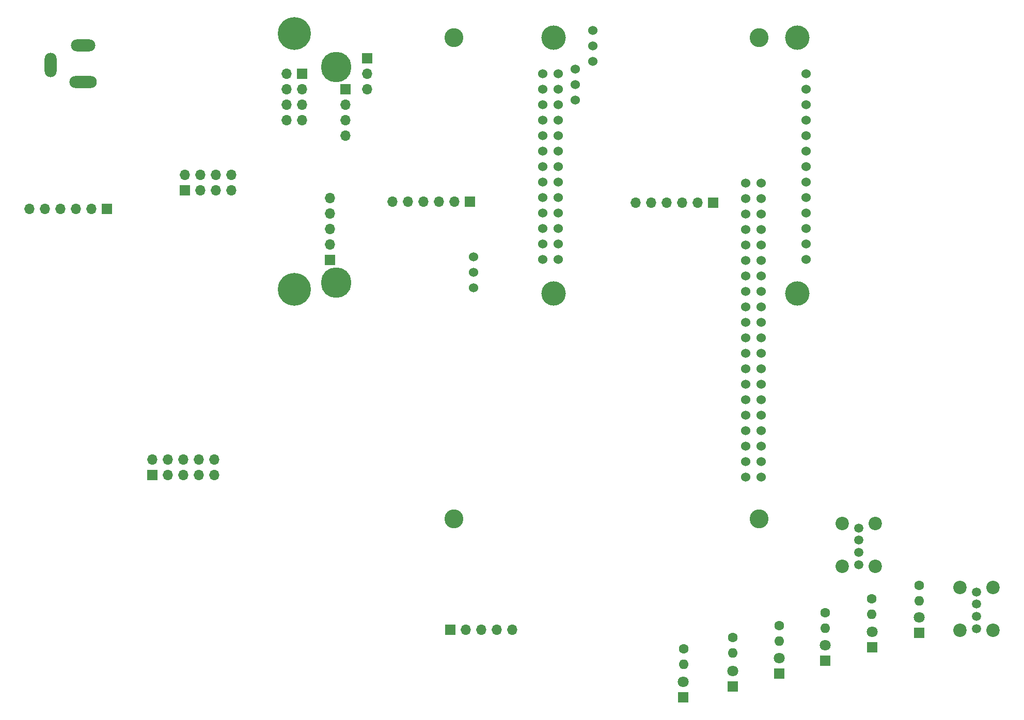
<source format=gbs>
G04 #@! TF.GenerationSoftware,KiCad,Pcbnew,6.99.0-unknown-bccc2f5792~148~ubuntu21.10.1*
G04 #@! TF.CreationDate,2022-10-30T21:35:02+01:00*
G04 #@! TF.ProjectId,AK-NW-12_Shield_OPi-PC-Zero_Nano_Pi_v1.3,414b2d4e-572d-4313-925f-536869656c64,rev?*
G04 #@! TF.SameCoordinates,Original*
G04 #@! TF.FileFunction,Soldermask,Bot*
G04 #@! TF.FilePolarity,Negative*
%FSLAX46Y46*%
G04 Gerber Fmt 4.6, Leading zero omitted, Abs format (unit mm)*
G04 Created by KiCad (PCBNEW 6.99.0-unknown-bccc2f5792~148~ubuntu21.10.1) date 2022-10-30 21:35:02*
%MOMM*%
%LPD*%
G01*
G04 APERTURE LIST*
%ADD10C,1.600000*%
%ADD11O,1.600000X1.600000*%
%ADD12R,1.800000X1.800000*%
%ADD13C,1.800000*%
%ADD14R,1.700000X1.700000*%
%ADD15O,1.700000X1.700000*%
%ADD16C,4.000000*%
%ADD17C,1.524000*%
%ADD18C,2.199640*%
%ADD19C,1.501140*%
%ADD20O,1.998980X4.000500*%
%ADD21O,4.000500X1.998980*%
%ADD22O,4.500880X1.998980*%
%ADD23C,5.000000*%
%ADD24C,5.400000*%
%ADD25C,3.100000*%
G04 APERTURE END LIST*
D10*
X161000000Y-149500000D03*
D11*
X160999999Y-152039999D03*
D10*
X176200000Y-145400000D03*
D11*
X176199999Y-147939999D03*
D12*
X152899999Y-159299999D03*
D13*
X152900000Y-156760000D03*
D10*
X183800000Y-143100000D03*
D11*
X183799999Y-145639999D03*
D14*
X65849999Y-122774999D03*
D15*
X65849999Y-120234999D03*
X68389999Y-122774999D03*
X68389999Y-120234999D03*
X70929999Y-122774999D03*
X70929999Y-120234999D03*
X73469999Y-122774999D03*
X73469999Y-120234999D03*
X76009999Y-122774999D03*
X76009999Y-120234999D03*
D12*
X160999999Y-157499999D03*
D13*
X161000000Y-154960000D03*
D16*
X131601500Y-51015500D03*
X131601500Y-93015500D03*
X171601500Y-51015500D03*
X171601500Y-93015500D03*
D17*
X173061500Y-56915500D03*
X173061500Y-59455500D03*
X173061500Y-61995500D03*
X173061500Y-64535500D03*
X173061500Y-67075500D03*
X173061500Y-69615500D03*
X173061500Y-72155500D03*
X173061500Y-74695500D03*
X173061500Y-77235500D03*
X173061500Y-79775500D03*
X173061500Y-82315500D03*
X173061500Y-84855500D03*
X173061500Y-87395500D03*
X129881500Y-87395500D03*
X132421500Y-87395500D03*
X129881500Y-84855500D03*
X132421500Y-84855500D03*
X129881500Y-82315500D03*
X132421500Y-82315500D03*
X129881500Y-79775500D03*
X132421500Y-79775500D03*
X129881500Y-77235500D03*
X132421500Y-77235500D03*
X129881500Y-74695500D03*
X132421500Y-74695500D03*
X129881500Y-72155500D03*
X132421500Y-72155500D03*
X129881500Y-69615500D03*
X132421500Y-69615500D03*
X129881500Y-67075500D03*
X132421500Y-67075500D03*
X129881500Y-64535500D03*
X132421500Y-64535500D03*
X129881500Y-61995500D03*
X132421500Y-61995500D03*
X129881500Y-59455500D03*
X132421500Y-59455500D03*
X129881500Y-56915500D03*
X132421500Y-56915500D03*
X135231500Y-56137500D03*
X138041500Y-49835500D03*
X135231500Y-58677500D03*
X138041500Y-52375500D03*
X135231500Y-61217500D03*
X138041500Y-54915500D03*
D12*
X183899999Y-151099999D03*
D13*
X183900000Y-148560000D03*
D12*
X168599999Y-155399999D03*
D13*
X168600000Y-152860000D03*
D12*
X191599999Y-148699999D03*
D13*
X191600000Y-146160000D03*
D14*
X114674999Y-148199999D03*
D15*
X117214999Y-148199999D03*
X119754999Y-148199999D03*
X122294999Y-148199999D03*
X124834999Y-148199999D03*
D18*
X184370340Y-137768720D03*
X184370340Y-130771020D03*
X178929660Y-137768720D03*
X178929660Y-130771020D03*
D19*
X181650000Y-131500000D03*
X181650000Y-133498980D03*
X181650000Y-135500500D03*
X181650000Y-137499480D03*
D10*
X191600000Y-140900000D03*
D11*
X191599999Y-143439999D03*
D14*
X71199999Y-76023809D03*
D15*
X71199999Y-73483809D03*
X73739999Y-76023809D03*
X73739999Y-73483809D03*
X76279999Y-76023809D03*
X76279999Y-73483809D03*
X78819999Y-76023809D03*
X78819999Y-73483809D03*
D10*
X153000000Y-151300000D03*
D11*
X152999999Y-153839999D03*
D14*
X97509999Y-59479999D03*
D15*
X97509999Y-62019999D03*
X97509999Y-64559999D03*
X97509999Y-67099999D03*
D14*
X157824999Y-78099999D03*
D15*
X155284999Y-78099999D03*
X152744999Y-78099999D03*
X150204999Y-78099999D03*
X147664999Y-78099999D03*
X145124999Y-78099999D03*
D14*
X58419999Y-79099999D03*
D15*
X55879999Y-79099999D03*
X53339999Y-79099999D03*
X50799999Y-79099999D03*
X48259999Y-79099999D03*
X45719999Y-79099999D03*
D12*
X176199999Y-153299999D03*
D13*
X176200000Y-150760000D03*
D10*
X168600000Y-147500000D03*
D11*
X168599999Y-150039999D03*
D18*
X203720340Y-148269240D03*
X203720340Y-141271540D03*
X198279660Y-148269240D03*
X198279660Y-141271540D03*
D19*
X201000000Y-142000520D03*
X201000000Y-143999500D03*
X201000000Y-146001020D03*
X201000000Y-148000000D03*
D20*
X49199019Y-55500119D03*
D21*
X54499999Y-52248919D03*
D22*
X54499999Y-58250939D03*
D14*
X94959999Y-87459999D03*
D15*
X94959999Y-84919999D03*
X94959999Y-82379999D03*
X94959999Y-79839999D03*
X94959999Y-77299999D03*
D14*
X117899999Y-77899999D03*
D15*
X115359999Y-77899999D03*
X112819999Y-77899999D03*
X110279999Y-77899999D03*
X107739999Y-77899999D03*
X105199999Y-77899999D03*
D23*
X96000000Y-91200000D03*
D24*
X89103128Y-92325000D03*
X89103128Y-50325000D03*
D14*
X90403127Y-56924999D03*
D15*
X87863127Y-56924999D03*
X90403127Y-59464999D03*
X87863127Y-59464999D03*
X90403127Y-62004999D03*
X87863127Y-62004999D03*
X90403127Y-64544999D03*
X87863127Y-64544999D03*
D14*
X101103127Y-54424999D03*
D15*
X101103127Y-56964999D03*
X101103127Y-59504999D03*
D23*
X96000000Y-55800000D03*
D25*
X165309364Y-50960896D03*
X115309364Y-50960896D03*
X165309364Y-129960896D03*
X115309364Y-129960896D03*
D17*
X163100000Y-123100000D03*
X165640000Y-123100000D03*
X163100000Y-120560000D03*
X165640000Y-120560000D03*
X163100000Y-118020000D03*
X165640000Y-118020000D03*
X163100000Y-115480000D03*
X165640000Y-115480000D03*
X163100000Y-112940000D03*
X165640000Y-112940000D03*
X163100000Y-110400000D03*
X165640000Y-110400000D03*
X163100000Y-107860000D03*
X165640000Y-107860000D03*
X163100000Y-105320000D03*
X165640000Y-105320000D03*
X163100000Y-102780000D03*
X165640000Y-102780000D03*
X163100000Y-100240000D03*
X165640000Y-100240000D03*
X163100000Y-97700000D03*
X165640000Y-97700000D03*
X163100000Y-95160000D03*
X165640000Y-95160000D03*
X163100000Y-92620000D03*
X165640000Y-92620000D03*
X163100000Y-90080000D03*
X165640000Y-90080000D03*
X163100000Y-87540000D03*
X165640000Y-87540000D03*
X163100000Y-85000000D03*
X165640000Y-85000000D03*
X163100000Y-82460000D03*
X165640000Y-82460000D03*
X163100000Y-79920000D03*
X165640000Y-79920000D03*
X163100000Y-77380000D03*
X165640000Y-77380000D03*
X163100000Y-74840000D03*
X165640000Y-74840000D03*
X118495865Y-92031675D03*
X118495865Y-89506675D03*
X118495865Y-86956675D03*
M02*

</source>
